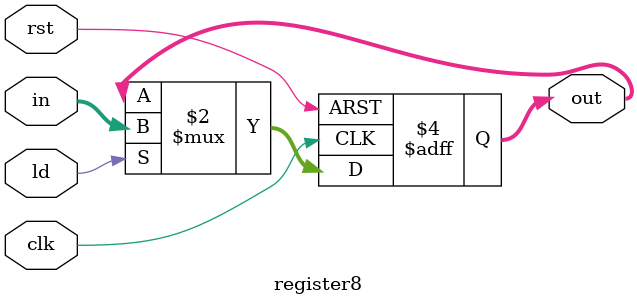
<source format=v>
module register8(
    in,
    out,
    clk,
    rst,
    ld
);
    input [7 : 0] in;
    output reg [7 : 0] out;
    input clk, rst;
    input ld;

    always @(posedge clk, posedge rst) begin
        if (rst)
            out <= 8'b0000_0000;
        else
            if (ld)
                out <= in;
    end

endmodule
</source>
